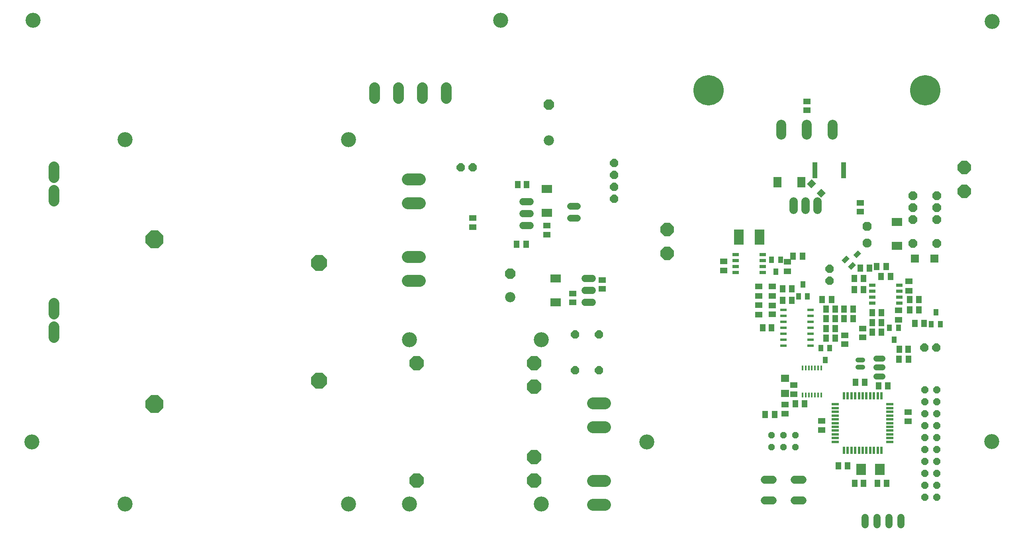
<source format=gbr>
G04 EAGLE Gerber X2 export*
%TF.Part,Single*%
%TF.FileFunction,Soldermask,Top,1*%
%TF.FilePolarity,Negative*%
%TF.GenerationSoftware,Autodesk,EAGLE,8.6.3*%
%TF.CreationDate,2021-05-18T20:18:47Z*%
G75*
%MOMM*%
%FSLAX34Y34*%
%LPD*%
%AMOC8*
5,1,8,0,0,1.08239X$1,22.5*%
G01*
%ADD10P,2.089446X8X112.500000*%
%ADD11C,1.930400*%
%ADD12R,1.300000X1.500000*%
%ADD13R,1.500000X1.300000*%
%ADD14C,1.000000*%
%ADD15R,1.803000X1.600000*%
%ADD16R,1.000000X1.400000*%
%ADD17R,1.800000X2.200000*%
%ADD18R,2.200000X1.800000*%
%ADD19R,1.422400X0.635000*%
%ADD20C,1.270000*%
%ADD21R,0.304800X0.990600*%
%ADD22P,3.030692X8X202.500000*%
%ADD23R,2.000000X2.400000*%
%ADD24R,1.600000X1.300000*%
%ADD25R,1.300000X1.600000*%
%ADD26C,1.676400*%
%ADD27R,0.500000X1.500000*%
%ADD28R,1.500000X0.500000*%
%ADD29R,1.400000X0.600000*%
%ADD30C,1.524000*%
%ADD31C,1.778000*%
%ADD32C,2.095500*%
%ADD33R,1.300000X1.400000*%
%ADD34R,1.066800X3.352800*%
%ADD35P,1.948302X8X202.500000*%
%ADD36R,1.800000X1.700000*%
%ADD37P,1.924489X8X112.500000*%
%ADD38P,1.924489X8X22.500000*%
%ADD39C,6.451600*%
%ADD40P,1.649562X8X112.500000*%
%ADD41P,1.484606X8X202.500000*%
%ADD42P,3.247170X8X22.500000*%
%ADD43C,3.200000*%
%ADD44P,1.924489X8X202.500000*%
%ADD45P,4.123906X8X22.500000*%
%ADD46P,3.680126X8X22.500000*%
%ADD47C,2.247900*%
%ADD48C,2.540000*%
%ADD49C,2.184400*%
%ADD50P,2.364373X8X202.500000*%
%ADD51C,1.422400*%
%ADD52C,2.300000*%
%ADD53R,2.000000X3.200000*%


D10*
X1828800Y661555D03*
D11*
X1828800Y625995D03*
D12*
X1649413Y527888D03*
X1668463Y527888D03*
D13*
X1627188Y473913D03*
X1627188Y492963D03*
D12*
X1760538Y485025D03*
X1741488Y485025D03*
X1821259Y113947D03*
X1802209Y113947D03*
X1850628Y113947D03*
X1869678Y113947D03*
X1804194Y329450D03*
X1823244Y329450D03*
X1897063Y399300D03*
X1916113Y399300D03*
D14*
X1819513Y361638D02*
X1809513Y361638D01*
X1809513Y376638D02*
X1819513Y376638D01*
D13*
X1673225Y304050D03*
X1673225Y323100D03*
D15*
X1654175Y337388D03*
X1654175Y305638D03*
D12*
X1919288Y483438D03*
X1938338Y483438D03*
X1839913Y477088D03*
X1858963Y477088D03*
D13*
X1819275Y424700D03*
X1819275Y443750D03*
X1781175Y410413D03*
X1781175Y429463D03*
D12*
X1779588Y464388D03*
X1798638Y464388D03*
D13*
X1524000Y567575D03*
X1524000Y586625D03*
X1701050Y908050D03*
X1701050Y927100D03*
D12*
X1625600Y445338D03*
X1606550Y445338D03*
D13*
X1814513Y692194D03*
X1814513Y711244D03*
D16*
X1635125Y564400D03*
X1625600Y589800D03*
X1644650Y589800D03*
D17*
X1638200Y754900D03*
X1689200Y754900D03*
D18*
X1892300Y670863D03*
X1892300Y619863D03*
D16*
X1692275Y537413D03*
X1701800Y512013D03*
X1682750Y512013D03*
D19*
X1606550Y600913D03*
X1606550Y588213D03*
X1606550Y575513D03*
X1606550Y562813D03*
X1549400Y600913D03*
X1549400Y588213D03*
X1549400Y575513D03*
X1549400Y562813D03*
D20*
X1847850Y361200D02*
X1860550Y361200D01*
X1860550Y380250D02*
X1847850Y380250D01*
X1847850Y342150D02*
X1860550Y342150D01*
D21*
X1691825Y301860D03*
X1698325Y301860D03*
X1704825Y301860D03*
X1711325Y301860D03*
X1717825Y301860D03*
X1724325Y301860D03*
X1730825Y301860D03*
X1730825Y360216D03*
X1724325Y360216D03*
X1717825Y360216D03*
X1711325Y360216D03*
X1704825Y360216D03*
X1698325Y360216D03*
X1691825Y360216D03*
D19*
X1839913Y497725D03*
X1839913Y510425D03*
X1839913Y523125D03*
X1839913Y535825D03*
X1897063Y497725D03*
X1897063Y510425D03*
X1897063Y523125D03*
X1897063Y535825D03*
D22*
X2035175Y735850D03*
X2035175Y786650D03*
D23*
X1855944Y144109D03*
X1815944Y144109D03*
D24*
X1627188Y533125D03*
X1627188Y513125D03*
D25*
X1761013Y464388D03*
X1741013Y464388D03*
X1632028Y260791D03*
X1612028Y260791D03*
D24*
X1917700Y544238D03*
X1917700Y524238D03*
D25*
X1918813Y505663D03*
X1938813Y505663D03*
X1859438Y456450D03*
X1839438Y456450D03*
X1859438Y435813D03*
X1839438Y435813D03*
X1741013Y443750D03*
X1761013Y443750D03*
X1741013Y423113D03*
X1761013Y423113D03*
X1733075Y505663D03*
X1753075Y505663D03*
X1779113Y485025D03*
X1799113Y485025D03*
X1691163Y597738D03*
X1671163Y597738D03*
D24*
X1658938Y585513D03*
X1658938Y565513D03*
D25*
X1668938Y504075D03*
X1648938Y504075D03*
D24*
X1598613Y533125D03*
X1598613Y513125D03*
X1598613Y493438D03*
X1598613Y473438D03*
D16*
X1885950Y419938D03*
X1876425Y445338D03*
X1895475Y445338D03*
X1739900Y377075D03*
X1730375Y402475D03*
X1749425Y402475D03*
D26*
X1627632Y122281D02*
X1610868Y122281D01*
X1674368Y122281D02*
X1691132Y122281D01*
X1627632Y77831D02*
X1610868Y77831D01*
X1674368Y77831D02*
X1691132Y77831D01*
D27*
X1779275Y184534D03*
X1787275Y184534D03*
X1795275Y184534D03*
X1803275Y184534D03*
X1811275Y184534D03*
X1819275Y184534D03*
X1827275Y184534D03*
X1835275Y184534D03*
X1843275Y184534D03*
X1851275Y184534D03*
X1859275Y184534D03*
D28*
X1877275Y202534D03*
X1877275Y210534D03*
X1877275Y218534D03*
X1877275Y226534D03*
X1877275Y234534D03*
X1877275Y242534D03*
X1877275Y250534D03*
X1877275Y258534D03*
X1877275Y266534D03*
X1877275Y274534D03*
X1877275Y282534D03*
D27*
X1859275Y300534D03*
X1851275Y300534D03*
X1843275Y300534D03*
X1835275Y300534D03*
X1827275Y300534D03*
X1819275Y300534D03*
X1811275Y300534D03*
X1803275Y300534D03*
X1795275Y300534D03*
X1787275Y300534D03*
X1779275Y300534D03*
D28*
X1761275Y282534D03*
X1761275Y274534D03*
X1761275Y266534D03*
X1761275Y258534D03*
X1761275Y250534D03*
X1761275Y242534D03*
X1761275Y234534D03*
X1761275Y226534D03*
X1761275Y218534D03*
X1761275Y210534D03*
X1761275Y202534D03*
D12*
X1786731Y151253D03*
X1767681Y151253D03*
D13*
X1916113Y246503D03*
X1916113Y265553D03*
X1731963Y246900D03*
X1731963Y227850D03*
D12*
X1853406Y321513D03*
X1872456Y321513D03*
D29*
X1650575Y483438D03*
X1650575Y470738D03*
X1650575Y458038D03*
X1650575Y445338D03*
X1650575Y432638D03*
X1650575Y419938D03*
X1650575Y407238D03*
X1708575Y407238D03*
X1708575Y419938D03*
X1708575Y432638D03*
X1708575Y445338D03*
X1708575Y458038D03*
X1708575Y470738D03*
X1708575Y483438D03*
D24*
X1895475Y482325D03*
X1895475Y462325D03*
D30*
X1900237Y41795D02*
X1900237Y26555D01*
X1874837Y26555D02*
X1874837Y41795D01*
X1849437Y41795D02*
X1849437Y26555D01*
X1824037Y26555D02*
X1824037Y41795D01*
D31*
X1671638Y696798D02*
X1671638Y714578D01*
X1697038Y714578D02*
X1697038Y696798D01*
X1722438Y696798D02*
X1722438Y714578D01*
D32*
X1645603Y857135D02*
X1645603Y878090D01*
X1700213Y878090D02*
X1700213Y857135D01*
X1754823Y857135D02*
X1754823Y878090D01*
D33*
G36*
X1731456Y741492D02*
X1740648Y732300D01*
X1730750Y722402D01*
X1721558Y731594D01*
X1731456Y741492D01*
G37*
G36*
X1710950Y761998D02*
X1720142Y752806D01*
X1710244Y742908D01*
X1701052Y752100D01*
X1710950Y761998D01*
G37*
D34*
X1717358Y780300D03*
X1778318Y780300D03*
D25*
X1878488Y554875D03*
X1858488Y554875D03*
X1868963Y575513D03*
X1848963Y575513D03*
D12*
X1801813Y526300D03*
X1820863Y526300D03*
D25*
X1801338Y550113D03*
X1821338Y550113D03*
D16*
G36*
X1806204Y593470D02*
X1799133Y600541D01*
X1809032Y610440D01*
X1816103Y603369D01*
X1806204Y593470D01*
G37*
G36*
X1794978Y568775D02*
X1787907Y575846D01*
X1797806Y585745D01*
X1804877Y578674D01*
X1794978Y568775D01*
G37*
G36*
X1781508Y582245D02*
X1774437Y589316D01*
X1784336Y599215D01*
X1791407Y592144D01*
X1781508Y582245D01*
G37*
D25*
X1814038Y572338D03*
X1834038Y572338D03*
D16*
X1974850Y478675D03*
X1984375Y453275D03*
X1965325Y453275D03*
D25*
X1949925Y454863D03*
X1929925Y454863D03*
D35*
X1925638Y675525D03*
X1925638Y624725D03*
X1976438Y624725D03*
X1925638Y700925D03*
X1925638Y726325D03*
X1976438Y675525D03*
X1976438Y700925D03*
X1976438Y726325D03*
D36*
X1971538Y592975D03*
X1930538Y592975D03*
D25*
X1896588Y378663D03*
X1916588Y378663D03*
D37*
X1950200Y403225D03*
X1975600Y403225D03*
D24*
X1654175Y262300D03*
X1654175Y282300D03*
D38*
X1749425Y570750D03*
X1749425Y545350D03*
D25*
X1675925Y283413D03*
X1695925Y283413D03*
D39*
X1951838Y950450D03*
X1491838Y950450D03*
D40*
X1976438Y84975D03*
X1976438Y110375D03*
X1976438Y135775D03*
X1976438Y161175D03*
X1976438Y186575D03*
X1976438Y211975D03*
X1951038Y84975D03*
X1951038Y110375D03*
X1951038Y135775D03*
X1951038Y161175D03*
X1951038Y186575D03*
X1951038Y211975D03*
X1976438Y237375D03*
X1976438Y262775D03*
X1951038Y237375D03*
X1951038Y262775D03*
X1976438Y288175D03*
X1951038Y288175D03*
X1976438Y313575D03*
X1951038Y313575D03*
D41*
X1676400Y216738D03*
X1676400Y191338D03*
X1651000Y216738D03*
X1651000Y191338D03*
X1625600Y216738D03*
X1625600Y191338D03*
D42*
X870625Y119950D03*
X870625Y369950D03*
X1120625Y169950D03*
X1120625Y119950D03*
X1120625Y319950D03*
X1120625Y369950D03*
D43*
X855625Y419950D03*
X855625Y69950D03*
X1135625Y69950D03*
X1135625Y419950D03*
D44*
X1258888Y354850D03*
X1258888Y431050D03*
D38*
X1208088Y431050D03*
X1208088Y354850D03*
D45*
X313950Y283038D03*
X313950Y633038D03*
D46*
X663950Y583038D03*
X663950Y333038D03*
D43*
X251450Y845538D03*
X726450Y845538D03*
X251450Y70538D03*
X726450Y70538D03*
D47*
X781050Y934161D02*
X781050Y956640D01*
X831850Y956640D02*
X831850Y934161D01*
X882650Y934161D02*
X882650Y956640D01*
X933450Y956640D02*
X933450Y934161D01*
D48*
X877888Y545025D02*
X852488Y545025D01*
X852488Y595825D02*
X877888Y595825D01*
X877888Y710125D02*
X852488Y710125D01*
X852488Y760925D02*
X877888Y760925D01*
X1245850Y68800D02*
X1271250Y68800D01*
X1271250Y119600D02*
X1245850Y119600D01*
X1245850Y233900D02*
X1271250Y233900D01*
X1271250Y284700D02*
X1245850Y284700D01*
D43*
X55750Y1100000D03*
X53250Y202500D03*
X2094250Y1097500D03*
D49*
X1152525Y843800D03*
D50*
X1152525Y920000D03*
D30*
X1112520Y662825D02*
X1097280Y662825D01*
X1097280Y688225D02*
X1112520Y688225D01*
X1112520Y713625D02*
X1097280Y713625D01*
D18*
X1147763Y740713D03*
X1147763Y689713D03*
D12*
X1085850Y750138D03*
X1104900Y750138D03*
D24*
X1147763Y663300D03*
X1147763Y643300D03*
D25*
X1103788Y623138D03*
X1083788Y623138D03*
D30*
X1229043Y499313D02*
X1244283Y499313D01*
X1244283Y524713D02*
X1229043Y524713D01*
X1229043Y550113D02*
X1244283Y550113D01*
D13*
X1203325Y499313D03*
X1203325Y518363D03*
X1265238Y546938D03*
X1265238Y527888D03*
D18*
X1166813Y499213D03*
X1166813Y550213D03*
D49*
X1069975Y510825D03*
D50*
X1069975Y560825D03*
D51*
X1197801Y678700D02*
X1212025Y678700D01*
X1212025Y704100D02*
X1197801Y704100D01*
D37*
X965200Y786650D03*
X990600Y786650D03*
D24*
X990600Y679175D03*
X990600Y659175D03*
D43*
X2093250Y203500D03*
D44*
X1290638Y719975D03*
X1290638Y745375D03*
X1290638Y770775D03*
X1290638Y796175D03*
D52*
X100013Y788225D02*
X100013Y765225D01*
X100013Y738225D02*
X100013Y715225D01*
X100013Y447713D02*
X100013Y424713D01*
X100013Y474713D02*
X100013Y497713D01*
D43*
X1050000Y1100000D03*
X1360000Y202500D03*
D53*
X1555975Y638175D03*
X1599975Y638175D03*
D22*
X1403350Y603250D03*
X1403350Y654050D03*
M02*

</source>
